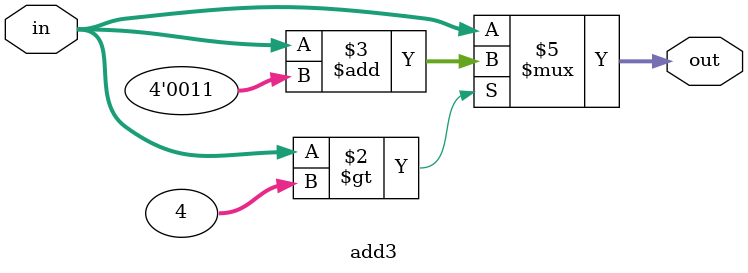
<source format=v>
module bin2bcd7(
input [6:0] bin,
output [3:0] ONES, TENS
);
wire [3:0] c1,c2,c3,c4;
wire [3:0] d1,d2,d3,d4;

assign d1 = {1'b0,bin[6:4]};
assign d2 = {c1[2:0],bin[3]};
assign d3 = {c2[2:0],bin[2]};
assign d4 = {c3[2:0],bin[1]};
add3 m1(d1,c1);
add3 m2(d2,c2);
add3 m3(d3,c3);
add3 m4(d4,c4);
assign ONES = {c4[2:0],bin[0]};
assign TENS = {c1[3],c2[3],c3[3],c4[3]};
endmodule

module add3(
input [3:0] in,
output reg [3:0] out
);
always @ (*)
    if(in>4) out = in + 4'b0011;
    else out = in;
endmodule

</source>
